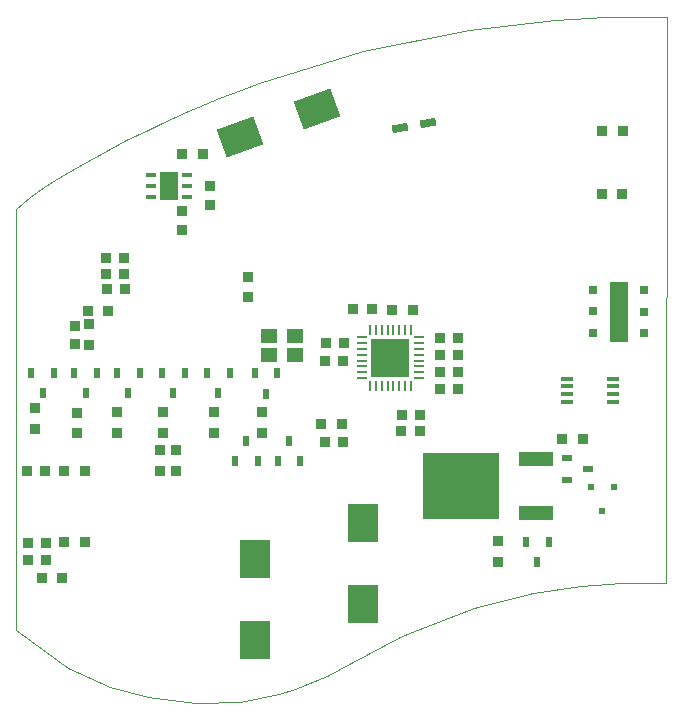
<source format=gbp>
G04 Layer_Color=128*
%FSAX44Y44*%
%MOMM*%
G71*
G01*
G75*
%ADD11R,0.7500X0.8000*%
%ADD12R,1.6000X5.1000*%
%ADD15R,0.8500X0.8500*%
%ADD16R,0.8500X0.8500*%
%ADD21R,0.8500X0.9000*%
%ADD22R,0.9000X0.8500*%
%ADD36C,0.0100*%
%ADD44R,2.5000X3.3000*%
G04:AMPARAMS|DCode=45|XSize=0.65mm|YSize=1.35mm|CornerRadius=0mm|HoleSize=0mm|Usage=FLASHONLY|Rotation=280.000|XOffset=0mm|YOffset=0mm|HoleType=Round|Shape=Rectangle|*
%AMROTATEDRECTD45*
4,1,4,-0.7212,0.2029,0.6083,0.4373,0.7212,-0.2029,-0.6083,-0.4373,-0.7212,0.2029,0.0*
%
%ADD45ROTATEDRECTD45*%

G04:AMPARAMS|DCode=46|XSize=2.5mm|YSize=3.3mm|CornerRadius=0mm|HoleSize=0mm|Usage=FLASHONLY|Rotation=110.000|XOffset=0mm|YOffset=0mm|HoleType=Round|Shape=Rectangle|*
%AMROTATEDRECTD46*
4,1,4,1.9780,-0.6103,-1.1230,-1.7390,-1.9780,0.6103,1.1230,1.7390,1.9780,-0.6103,0.0*
%
%ADD46ROTATEDRECTD46*%

%ADD48R,0.6000X0.9000*%
%ADD49R,0.9000X0.6000*%
%ADD50R,2.8500X1.2500*%
%ADD51R,6.5000X5.5500*%
%ADD52R,1.6500X2.4000*%
%ADD53O,0.9000X0.4000*%
%ADD54R,1.4000X1.2000*%
%ADD55R,3.3000X3.3000*%
%ADD56O,0.8500X0.2500*%
%ADD57O,0.2500X0.8500*%
%ADD58R,1.1000X0.4500*%
%ADD106R,0.5000X0.6000*%
D11*
X00855330Y00548393D02*
D03*
X00898830Y00547893D02*
D03*
X00855330Y00529393D02*
D03*
X00898830D02*
D03*
X00855330Y00566393D02*
D03*
X00898830D02*
D03*
D12*
X00877080Y00547893D02*
D03*
D15*
X00643607Y00437399D02*
D03*
X00628107D02*
D03*
X00458930Y00566993D02*
D03*
X00443430D02*
D03*
X00458630Y00579793D02*
D03*
X00443130D02*
D03*
X00458630Y00592993D02*
D03*
X00443130D02*
D03*
X00376130Y00413193D02*
D03*
X00391630D02*
D03*
X00741130Y00496393D02*
D03*
X00725630D02*
D03*
X00741130Y00525393D02*
D03*
X00725630D02*
D03*
X00628970Y00521648D02*
D03*
X00644470D02*
D03*
X00628430Y00505893D02*
D03*
X00643930D02*
D03*
X00725630Y00511393D02*
D03*
X00741130D02*
D03*
X00725630Y00482493D02*
D03*
X00741130D02*
D03*
X00376930Y00351593D02*
D03*
X00392430D02*
D03*
X00376930Y00337693D02*
D03*
X00392430D02*
D03*
X00709130Y00460193D02*
D03*
X00693630D02*
D03*
X00708630Y00447000D02*
D03*
X00693130D02*
D03*
X00667930Y00549893D02*
D03*
X00652430D02*
D03*
D16*
X00507580Y00617343D02*
D03*
Y00632843D02*
D03*
X00531180Y00638443D02*
D03*
Y00653943D02*
D03*
X00416730Y00520343D02*
D03*
Y00535843D02*
D03*
D21*
X00525130Y00681493D02*
D03*
X00507630D02*
D03*
X00405930Y00322293D02*
D03*
X00388430D02*
D03*
X00407830Y00352393D02*
D03*
X00425330D02*
D03*
X00642920Y00452293D02*
D03*
X00625420D02*
D03*
X00427430Y00548493D02*
D03*
X00444930D02*
D03*
X00702830Y00549093D02*
D03*
X00685330D02*
D03*
X00407830Y00413193D02*
D03*
X00425330D02*
D03*
X00829230Y00439593D02*
D03*
X00846730D02*
D03*
X00880030Y00647493D02*
D03*
X00862530D02*
D03*
X00880430Y00700693D02*
D03*
X00862930D02*
D03*
D22*
X00488580Y00430243D02*
D03*
Y00412743D02*
D03*
X00502180Y00430243D02*
D03*
Y00412743D02*
D03*
X00563080Y00577543D02*
D03*
Y00560043D02*
D03*
X00382780Y00448743D02*
D03*
Y00466243D02*
D03*
X00428880Y00519743D02*
D03*
Y00537243D02*
D03*
X00418580Y00444643D02*
D03*
Y00462143D02*
D03*
X00452080Y00445443D02*
D03*
Y00462943D02*
D03*
X00491680Y00445443D02*
D03*
Y00462943D02*
D03*
X00534180Y00445443D02*
D03*
Y00462943D02*
D03*
X00575280Y00445243D02*
D03*
Y00462743D02*
D03*
X00775280Y00335843D02*
D03*
Y00353343D02*
D03*
D36*
X00367080Y00277893D02*
X00410830Y00245893D01*
X00446080Y00229893D01*
X00478330Y00221893D01*
X00519080Y00216643D01*
X00556330Y00217643D01*
X00589080Y00224393D01*
X00603330Y00228643D01*
X00629830Y00239643D01*
X00650830Y00250143D01*
X00691580Y00272393D01*
X00702080Y00276893D01*
X00754330Y00296893D01*
X00804830Y00309393D01*
X00844830Y00315393D01*
X00879080Y00317643D01*
X00916830Y00317893D01*
X00917580Y00797643D01*
X00865080D02*
X00917580D01*
X00822830Y00795143D02*
X00865080Y00797643D01*
X00750580Y00786393D02*
X00822830Y00795143D01*
X00660830Y00768643D02*
X00750580Y00786393D01*
X00572580Y00741393D02*
X00660830Y00768643D01*
X00557080Y00735643D02*
X00572580Y00741393D01*
X00538830Y00728643D02*
X00557080Y00735643D01*
X00520830Y00721143D02*
X00538830Y00728643D01*
X00512330Y00717393D02*
X00520830Y00721143D01*
X00488580Y00706893D02*
X00512330Y00717393D01*
X00478580Y00701893D02*
X00488580Y00706893D01*
X00460080Y00692893D02*
X00478580Y00701893D01*
X00436830Y00680643D02*
X00460080Y00692893D01*
X00420330Y00671393D02*
X00436830Y00680643D01*
X00404330Y00662143D02*
X00420330Y00671393D01*
X00400080Y00659393D02*
X00404330Y00662143D01*
X00390330Y00653143D02*
X00400080Y00659393D01*
X00379080Y00644893D02*
X00390330Y00653143D01*
X00367080Y00634643D02*
X00379080Y00644893D01*
X00367080Y00277893D02*
Y00634643D01*
D44*
X00569080Y00338793D02*
D03*
Y00269793D02*
D03*
X00660780Y00369093D02*
D03*
Y00300093D02*
D03*
D45*
X00715498Y00707177D02*
D03*
X00691862Y00703009D02*
D03*
D46*
X00621299Y00719493D02*
D03*
X00556461Y00695893D02*
D03*
D48*
X00571280Y00421193D02*
D03*
X00552280D02*
D03*
X00561780Y00438193D02*
D03*
X00607580Y00421193D02*
D03*
X00588580D02*
D03*
X00598080Y00438193D02*
D03*
X00379880Y00495693D02*
D03*
X00398880D02*
D03*
X00389380Y00478693D02*
D03*
X00416180Y00495693D02*
D03*
X00435180D02*
D03*
X00425680Y00478693D02*
D03*
X00452480Y00495693D02*
D03*
X00471480D02*
D03*
X00461980Y00478693D02*
D03*
X00490580Y00495693D02*
D03*
X00509580D02*
D03*
X00500080Y00478693D02*
D03*
X00528680Y00495693D02*
D03*
X00547680D02*
D03*
X00538180Y00478693D02*
D03*
X00569080Y00495493D02*
D03*
X00588080D02*
D03*
X00578580Y00478493D02*
D03*
X00798780Y00353093D02*
D03*
X00817780D02*
D03*
X00808280Y00336093D02*
D03*
D49*
X00833680Y00404843D02*
D03*
Y00423843D02*
D03*
X00850680Y00414343D02*
D03*
D50*
X00807480Y00423293D02*
D03*
Y00377493D02*
D03*
D51*
X00743980Y00400393D02*
D03*
D52*
X00496530Y00654093D02*
D03*
D53*
X00481280Y00663593D02*
D03*
Y00654093D02*
D03*
Y00644593D02*
D03*
X00511780D02*
D03*
Y00654093D02*
D03*
Y00663593D02*
D03*
D54*
X00602680Y00511293D02*
D03*
Y00527293D02*
D03*
X00580680Y00511293D02*
D03*
Y00527293D02*
D03*
D55*
X00683880Y00508893D02*
D03*
D56*
X00707630Y00491393D02*
D03*
Y00496393D02*
D03*
Y00501393D02*
D03*
Y00506393D02*
D03*
Y00511393D02*
D03*
Y00516393D02*
D03*
Y00521393D02*
D03*
Y00526393D02*
D03*
X00660130D02*
D03*
Y00521393D02*
D03*
Y00516393D02*
D03*
Y00511393D02*
D03*
Y00506393D02*
D03*
Y00501393D02*
D03*
Y00496393D02*
D03*
Y00491393D02*
D03*
D57*
X00701380Y00532643D02*
D03*
X00696380D02*
D03*
X00691380D02*
D03*
X00686380D02*
D03*
X00681380D02*
D03*
X00676380D02*
D03*
X00671380D02*
D03*
X00666380D02*
D03*
Y00485143D02*
D03*
X00671380D02*
D03*
X00676380D02*
D03*
X00681380D02*
D03*
X00686380D02*
D03*
X00691380D02*
D03*
X00696380D02*
D03*
X00701380D02*
D03*
D58*
X00833380Y00491143D02*
D03*
Y00484643D02*
D03*
Y00478143D02*
D03*
Y00471643D02*
D03*
X00872380D02*
D03*
Y00478143D02*
D03*
Y00484643D02*
D03*
Y00491143D02*
D03*
D106*
X00863280Y00379293D02*
D03*
X00872780Y00399293D02*
D03*
X00853780D02*
D03*
M02*

</source>
